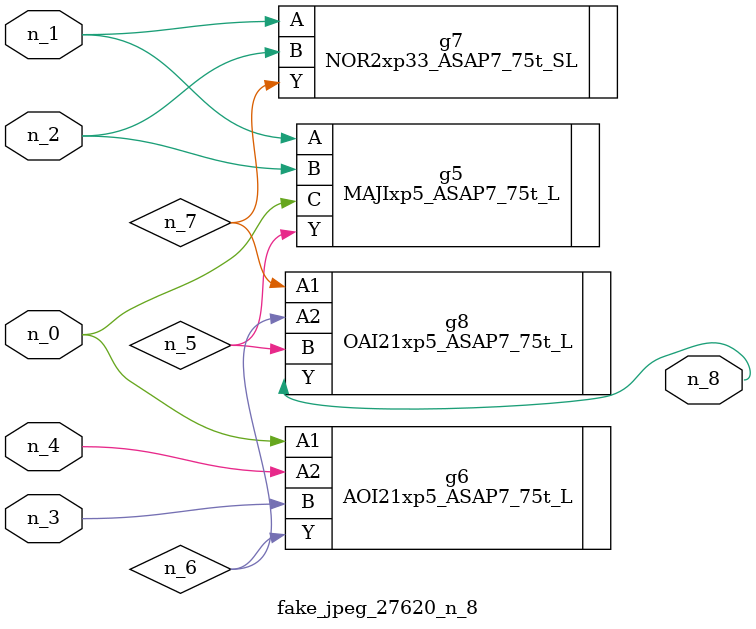
<source format=v>
module fake_jpeg_27620_n_8 (n_3, n_2, n_1, n_0, n_4, n_8);

input n_3;
input n_2;
input n_1;
input n_0;
input n_4;

output n_8;

wire n_6;
wire n_5;
wire n_7;

MAJIxp5_ASAP7_75t_L g5 ( 
.A(n_1),
.B(n_2),
.C(n_0),
.Y(n_5)
);

AOI21xp5_ASAP7_75t_L g6 ( 
.A1(n_0),
.A2(n_4),
.B(n_3),
.Y(n_6)
);

NOR2xp33_ASAP7_75t_SL g7 ( 
.A(n_1),
.B(n_2),
.Y(n_7)
);

OAI21xp5_ASAP7_75t_L g8 ( 
.A1(n_7),
.A2(n_6),
.B(n_5),
.Y(n_8)
);


endmodule
</source>
